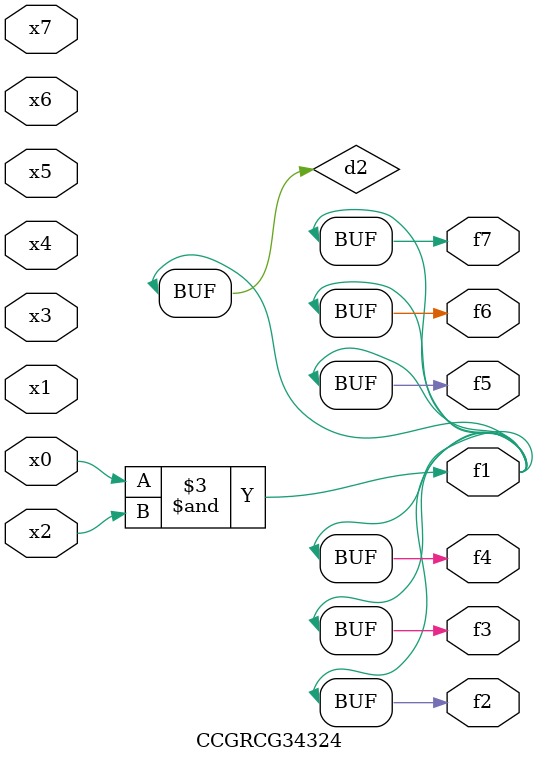
<source format=v>
module CCGRCG34324(
	input x0, x1, x2, x3, x4, x5, x6, x7,
	output f1, f2, f3, f4, f5, f6, f7
);

	wire d1, d2;

	nor (d1, x3, x6);
	and (d2, x0, x2);
	assign f1 = d2;
	assign f2 = d2;
	assign f3 = d2;
	assign f4 = d2;
	assign f5 = d2;
	assign f6 = d2;
	assign f7 = d2;
endmodule

</source>
